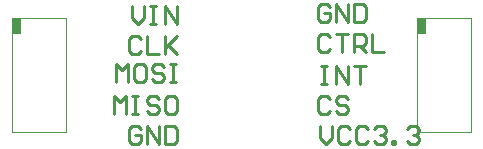
<source format=gto>
%FSLAX24Y24*%
%MOIN*%
G70*
G01*
G75*
G04 Layer_Color=65535*
%ADD10R,0.1000X0.0291*%
%ADD11R,0.1250X0.0500*%
%ADD12C,0.0120*%
%ADD13C,0.0400*%
%ADD14C,0.0039*%
%ADD15C,0.0100*%
%ADD16R,0.0315X0.0540*%
D14*
X-7656Y-1890D02*
X-5844D01*
Y1890D01*
X-7656D02*
X-5844D01*
X-7656Y-1890D02*
Y1890D01*
X5844Y-1890D02*
X7656D01*
Y1890D01*
X5844D02*
X7656D01*
X5844Y-1890D02*
Y1890D01*
D15*
X2950Y2250D02*
X2850Y2350D01*
X2650D01*
X2550Y2250D01*
Y1850D01*
X2650Y1750D01*
X2850D01*
X2950Y1850D01*
Y2050D01*
X2750D01*
X3150Y1750D02*
Y2350D01*
X3550Y1750D01*
Y2350D01*
X3750D02*
Y1750D01*
X4050D01*
X4149Y1850D01*
Y2250D01*
X4050Y2350D01*
X3750D01*
X2950Y1250D02*
X2850Y1350D01*
X2650D01*
X2550Y1250D01*
Y850D01*
X2650Y750D01*
X2850D01*
X2950Y850D01*
X3150Y1350D02*
X3550D01*
X3350D01*
Y750D01*
X3750D02*
Y1350D01*
X4050D01*
X4149Y1250D01*
Y1050D01*
X4050Y950D01*
X3750D01*
X3950D02*
X4149Y750D01*
X4349Y1350D02*
Y750D01*
X4749D01*
X2650Y300D02*
X2850D01*
X2750D01*
Y-300D01*
X2650D01*
X2850D01*
X3150D02*
Y300D01*
X3550Y-300D01*
Y300D01*
X3750D02*
X4150D01*
X3950D01*
Y-300D01*
X2950Y-800D02*
X2850Y-700D01*
X2650D01*
X2550Y-800D01*
Y-1200D01*
X2650Y-1300D01*
X2850D01*
X2950Y-1200D01*
X3550Y-800D02*
X3450Y-700D01*
X3250D01*
X3150Y-800D01*
Y-900D01*
X3250Y-1000D01*
X3450D01*
X3550Y-1100D01*
Y-1200D01*
X3450Y-1300D01*
X3250D01*
X3150Y-1200D01*
X2600Y-1700D02*
Y-2100D01*
X2800Y-2300D01*
X3000Y-2100D01*
Y-1700D01*
X3600Y-1800D02*
X3500Y-1700D01*
X3300D01*
X3200Y-1800D01*
Y-2200D01*
X3300Y-2300D01*
X3500D01*
X3600Y-2200D01*
X4199Y-1800D02*
X4100Y-1700D01*
X3900D01*
X3800Y-1800D01*
Y-2200D01*
X3900Y-2300D01*
X4100D01*
X4199Y-2200D01*
X4399Y-1800D02*
X4499Y-1700D01*
X4699D01*
X4799Y-1800D01*
Y-1900D01*
X4699Y-2000D01*
X4599D01*
X4699D01*
X4799Y-2100D01*
Y-2200D01*
X4699Y-2300D01*
X4499D01*
X4399Y-2200D01*
X4999Y-2300D02*
Y-2200D01*
X5099D01*
Y-2300D01*
X4999D01*
X5499Y-1800D02*
X5599Y-1700D01*
X5799D01*
X5899Y-1800D01*
Y-1900D01*
X5799Y-2000D01*
X5699D01*
X5799D01*
X5899Y-2100D01*
Y-2200D01*
X5799Y-2300D01*
X5599D01*
X5499Y-2200D01*
X-3350Y-1800D02*
X-3450Y-1700D01*
X-3650D01*
X-3750Y-1800D01*
Y-2200D01*
X-3650Y-2300D01*
X-3450D01*
X-3350Y-2200D01*
Y-2000D01*
X-3550D01*
X-3150Y-2300D02*
Y-1700D01*
X-2750Y-2300D01*
Y-1700D01*
X-2550D02*
Y-2300D01*
X-2250D01*
X-2151Y-2200D01*
Y-1800D01*
X-2250Y-1700D01*
X-2550D01*
X-4250Y-1300D02*
Y-700D01*
X-4050Y-900D01*
X-3850Y-700D01*
Y-1300D01*
X-3650Y-700D02*
X-3450D01*
X-3550D01*
Y-1300D01*
X-3650D01*
X-3450D01*
X-2750Y-800D02*
X-2850Y-700D01*
X-3050D01*
X-3150Y-800D01*
Y-900D01*
X-3050Y-1000D01*
X-2850D01*
X-2750Y-1100D01*
Y-1200D01*
X-2850Y-1300D01*
X-3050D01*
X-3150Y-1200D01*
X-2251Y-700D02*
X-2451D01*
X-2551Y-800D01*
Y-1200D01*
X-2451Y-1300D01*
X-2251D01*
X-2151Y-1200D01*
Y-800D01*
X-2251Y-700D01*
X-4200Y-250D02*
Y350D01*
X-4000Y150D01*
X-3800Y350D01*
Y-250D01*
X-3300Y350D02*
X-3500D01*
X-3600Y250D01*
Y-150D01*
X-3500Y-250D01*
X-3300D01*
X-3200Y-150D01*
Y250D01*
X-3300Y350D01*
X-2601Y250D02*
X-2700Y350D01*
X-2900D01*
X-3000Y250D01*
Y150D01*
X-2900Y50D01*
X-2700D01*
X-2601Y-50D01*
Y-150D01*
X-2700Y-250D01*
X-2900D01*
X-3000Y-150D01*
X-2401Y350D02*
X-2201D01*
X-2301D01*
Y-250D01*
X-2401D01*
X-2201D01*
X-3350Y1200D02*
X-3450Y1300D01*
X-3650D01*
X-3750Y1200D01*
Y800D01*
X-3650Y700D01*
X-3450D01*
X-3350Y800D01*
X-3150Y1300D02*
Y700D01*
X-2750D01*
X-2550Y1300D02*
Y700D01*
Y900D01*
X-2151Y1300D01*
X-2450Y1000D01*
X-2151Y700D01*
X-3650Y2300D02*
Y1900D01*
X-3450Y1700D01*
X-3250Y1900D01*
Y2300D01*
X-3050D02*
X-2850D01*
X-2950D01*
Y1700D01*
X-3050D01*
X-2850D01*
X-2550D02*
Y2300D01*
X-2150Y1700D01*
Y2300D01*
D16*
X-7508Y1630D02*
D03*
X5992D02*
D03*
M02*

</source>
